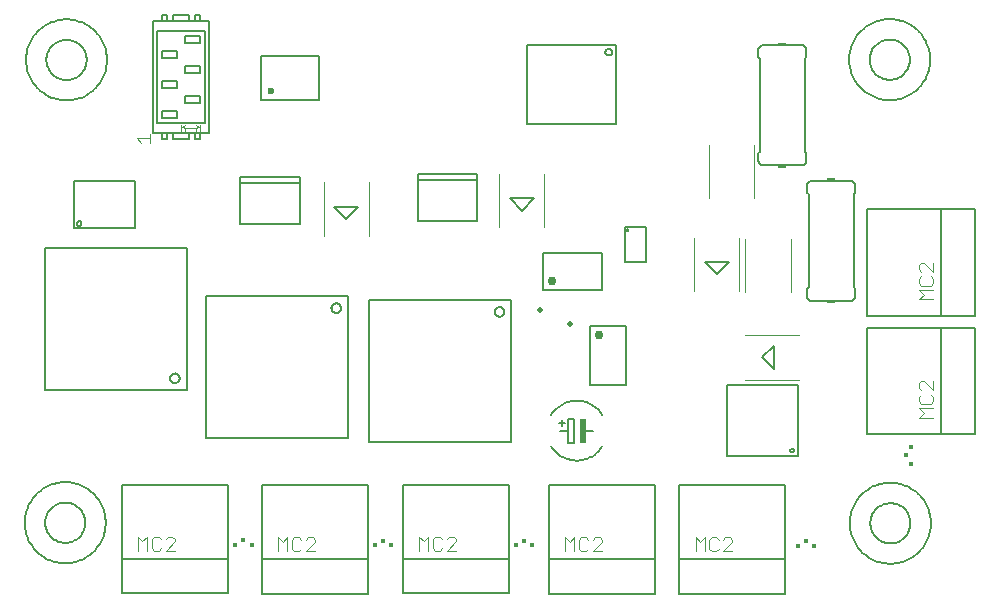
<source format=gto>
G75*
G70*
%OFA0B0*%
%FSLAX24Y24*%
%IPPOS*%
%LPD*%
%AMOC8*
5,1,8,0,0,1.08239X$1,22.5*
%
%ADD10C,0.0050*%
%ADD11C,0.0040*%
%ADD12C,0.0080*%
%ADD13C,0.0236*%
%ADD14C,0.0060*%
%ADD15R,0.0300X0.0110*%
%ADD16R,0.0128X0.0167*%
%ADD17R,0.0138X0.0138*%
%ADD18R,0.0167X0.0128*%
%ADD19C,0.0197*%
%ADD20C,0.0295*%
%ADD21R,0.0200X0.0800*%
D10*
X004030Y001655D02*
X004030Y005277D01*
X007573Y005277D01*
X007573Y001655D01*
X004030Y001655D01*
X004053Y002805D02*
X007553Y002805D01*
X008724Y002793D02*
X012224Y002793D01*
X013426Y002805D02*
X016926Y002805D01*
X018291Y002793D02*
X021791Y002793D01*
X022641Y002790D02*
X026141Y002790D01*
X026160Y001640D02*
X026160Y005262D01*
X022617Y005262D01*
X022617Y001640D01*
X026160Y001640D01*
X021810Y001643D02*
X021810Y005265D01*
X018267Y005265D01*
X018267Y001643D01*
X021810Y001643D01*
X016945Y001655D02*
X016945Y005277D01*
X013402Y005277D01*
X013402Y001655D01*
X016945Y001655D01*
X012243Y001643D02*
X012243Y005265D01*
X008700Y005265D01*
X008700Y001643D01*
X012243Y001643D01*
X012293Y006705D02*
X012293Y011429D01*
X017017Y011429D01*
X017017Y006705D01*
X012293Y006705D01*
X011578Y006829D02*
X011578Y011554D01*
X006854Y011554D01*
X006854Y006829D01*
X011578Y006829D01*
X006201Y008432D02*
X001476Y008432D01*
X001476Y013157D01*
X006201Y013157D01*
X006201Y008432D01*
X005650Y008826D02*
X005652Y008851D01*
X005658Y008875D01*
X005667Y008897D01*
X005680Y008918D01*
X005696Y008937D01*
X005715Y008953D01*
X005736Y008966D01*
X005758Y008975D01*
X005782Y008981D01*
X005807Y008983D01*
X005832Y008981D01*
X005856Y008975D01*
X005878Y008966D01*
X005899Y008953D01*
X005918Y008937D01*
X005934Y008918D01*
X005947Y008897D01*
X005956Y008875D01*
X005962Y008851D01*
X005964Y008826D01*
X005962Y008801D01*
X005956Y008777D01*
X005947Y008755D01*
X005934Y008734D01*
X005918Y008715D01*
X005899Y008699D01*
X005878Y008686D01*
X005856Y008677D01*
X005832Y008671D01*
X005807Y008669D01*
X005782Y008671D01*
X005758Y008677D01*
X005736Y008686D01*
X005715Y008699D01*
X005696Y008715D01*
X005680Y008734D01*
X005667Y008755D01*
X005658Y008777D01*
X005652Y008801D01*
X005650Y008826D01*
X011027Y011160D02*
X011029Y011185D01*
X011035Y011209D01*
X011044Y011231D01*
X011057Y011252D01*
X011073Y011271D01*
X011092Y011287D01*
X011113Y011300D01*
X011135Y011309D01*
X011159Y011315D01*
X011184Y011317D01*
X011209Y011315D01*
X011233Y011309D01*
X011255Y011300D01*
X011276Y011287D01*
X011295Y011271D01*
X011311Y011252D01*
X011324Y011231D01*
X011333Y011209D01*
X011339Y011185D01*
X011341Y011160D01*
X011339Y011135D01*
X011333Y011111D01*
X011324Y011089D01*
X011311Y011068D01*
X011295Y011049D01*
X011276Y011033D01*
X011255Y011020D01*
X011233Y011011D01*
X011209Y011005D01*
X011184Y011003D01*
X011159Y011005D01*
X011135Y011011D01*
X011113Y011020D01*
X011092Y011033D01*
X011073Y011049D01*
X011057Y011068D01*
X011044Y011089D01*
X011035Y011111D01*
X011029Y011135D01*
X011027Y011160D01*
X009961Y013961D02*
X007993Y013961D01*
X007993Y015339D01*
X009961Y015339D01*
X009961Y013961D01*
X009961Y015339D02*
X009961Y015536D01*
X007993Y015536D01*
X007993Y015339D01*
X005885Y017488D02*
X005385Y017488D01*
X005385Y017738D01*
X005885Y017738D01*
X005885Y017488D01*
X006135Y017988D02*
X006135Y018238D01*
X006635Y018238D01*
X006635Y017988D01*
X006135Y017988D01*
X005885Y018488D02*
X005385Y018488D01*
X005385Y018738D01*
X005885Y018738D01*
X005885Y018488D01*
X006135Y018988D02*
X006135Y019238D01*
X006635Y019238D01*
X006635Y018988D01*
X006135Y018988D01*
X005885Y019488D02*
X005385Y019488D01*
X005385Y019738D01*
X005885Y019738D01*
X005885Y019488D01*
X006135Y019988D02*
X006135Y020238D01*
X006635Y020238D01*
X006635Y019988D01*
X006135Y019988D01*
X004465Y015398D02*
X002457Y015398D01*
X002457Y013823D01*
X004465Y013823D01*
X004465Y015398D01*
X002535Y013980D02*
X002537Y013998D01*
X002543Y014014D01*
X002552Y014029D01*
X002565Y014042D01*
X002580Y014051D01*
X002596Y014057D01*
X002614Y014059D01*
X002632Y014057D01*
X002648Y014051D01*
X002663Y014042D01*
X002676Y014029D01*
X002685Y014014D01*
X002691Y013998D01*
X002693Y013980D01*
X002691Y013962D01*
X002685Y013946D01*
X002676Y013931D01*
X002663Y013918D01*
X002648Y013909D01*
X002632Y013903D01*
X002614Y013901D01*
X002596Y013903D01*
X002580Y013909D01*
X002565Y013918D01*
X002552Y013931D01*
X002543Y013946D01*
X002537Y013962D01*
X002535Y013980D01*
X013902Y014061D02*
X013902Y015439D01*
X015870Y015439D01*
X015870Y014061D01*
X013902Y014061D01*
X013902Y015439D02*
X013902Y015636D01*
X015870Y015636D01*
X015870Y015439D01*
X017550Y017292D02*
X017550Y019930D01*
X020503Y019930D01*
X020503Y017292D01*
X017550Y017292D01*
X020156Y019694D02*
X020158Y019714D01*
X020163Y019734D01*
X020173Y019752D01*
X020185Y019769D01*
X020200Y019783D01*
X020218Y019793D01*
X020237Y019801D01*
X020257Y019805D01*
X020277Y019805D01*
X020297Y019801D01*
X020316Y019793D01*
X020334Y019783D01*
X020349Y019769D01*
X020361Y019752D01*
X020371Y019734D01*
X020376Y019714D01*
X020378Y019694D01*
X020376Y019674D01*
X020371Y019654D01*
X020361Y019636D01*
X020349Y019619D01*
X020334Y019605D01*
X020316Y019595D01*
X020297Y019587D01*
X020277Y019583D01*
X020257Y019583D01*
X020237Y019587D01*
X020218Y019595D01*
X020200Y019605D01*
X020185Y019619D01*
X020173Y019636D01*
X020163Y019654D01*
X020158Y019674D01*
X020156Y019694D01*
X028870Y014453D02*
X028870Y010910D01*
X032492Y010910D01*
X032492Y014453D01*
X028870Y014453D01*
X031342Y014433D02*
X031342Y010933D01*
X031342Y010491D02*
X031342Y006991D01*
X032492Y006968D02*
X028870Y006968D01*
X028870Y010511D01*
X032492Y010511D01*
X032492Y006968D01*
X026577Y006226D02*
X026577Y008588D01*
X024215Y008588D01*
X024215Y006226D01*
X026577Y006226D01*
X026324Y006423D02*
X026326Y006437D01*
X026332Y006451D01*
X026340Y006463D01*
X026352Y006471D01*
X026366Y006477D01*
X026380Y006479D01*
X026394Y006477D01*
X026408Y006471D01*
X026420Y006463D01*
X026428Y006451D01*
X026434Y006437D01*
X026436Y006423D01*
X026434Y006409D01*
X026428Y006395D01*
X026420Y006383D01*
X026408Y006375D01*
X026394Y006369D01*
X026380Y006367D01*
X026366Y006369D01*
X026352Y006375D01*
X026340Y006383D01*
X026332Y006395D01*
X026326Y006409D01*
X026324Y006423D01*
X020857Y008591D02*
X019636Y008591D01*
X019636Y010559D01*
X020857Y010559D01*
X020857Y008591D01*
X016467Y011036D02*
X016469Y011061D01*
X016475Y011085D01*
X016484Y011107D01*
X016497Y011128D01*
X016513Y011147D01*
X016532Y011163D01*
X016553Y011176D01*
X016575Y011185D01*
X016599Y011191D01*
X016624Y011193D01*
X016649Y011191D01*
X016673Y011185D01*
X016695Y011176D01*
X016716Y011163D01*
X016735Y011147D01*
X016751Y011128D01*
X016764Y011107D01*
X016773Y011085D01*
X016779Y011061D01*
X016781Y011036D01*
X016779Y011011D01*
X016773Y010987D01*
X016764Y010965D01*
X016751Y010944D01*
X016735Y010925D01*
X016716Y010909D01*
X016695Y010896D01*
X016673Y010887D01*
X016649Y010881D01*
X016624Y010879D01*
X016599Y010881D01*
X016575Y010887D01*
X016553Y010896D01*
X016532Y010909D01*
X016513Y010925D01*
X016497Y010944D01*
X016484Y010965D01*
X016475Y010987D01*
X016469Y011011D01*
X016467Y011036D01*
X018068Y011770D02*
X018068Y012990D01*
X020037Y012990D01*
X020037Y011770D01*
X018068Y011770D01*
X020819Y012706D02*
X020819Y013848D01*
X021508Y013848D01*
X021508Y012706D01*
X020819Y012706D01*
X020873Y013769D02*
X020875Y013779D01*
X020880Y013787D01*
X020888Y013792D01*
X020898Y013794D01*
X020908Y013792D01*
X020916Y013787D01*
X020921Y013779D01*
X020923Y013769D01*
X020921Y013759D01*
X020916Y013751D01*
X020908Y013746D01*
X020898Y013744D01*
X020888Y013746D01*
X020880Y013751D01*
X020875Y013759D01*
X020873Y013769D01*
D11*
X023125Y013499D02*
X023125Y011719D01*
X024625Y011719D02*
X024625Y013499D01*
X024824Y013470D02*
X024824Y011706D01*
X026335Y011706D02*
X026335Y013470D01*
X025125Y014843D02*
X025125Y016606D01*
X023613Y016606D02*
X023613Y014843D01*
X018122Y015630D02*
X018122Y013850D01*
X016622Y013850D02*
X016622Y015630D01*
X012262Y015357D02*
X012262Y013577D01*
X010762Y013577D02*
X010762Y015357D01*
X006640Y017040D02*
X006640Y017158D01*
X006522Y017277D01*
X006561Y017198D02*
X006522Y017158D01*
X006128Y017158D01*
X006089Y017198D01*
X006128Y017158D02*
X006128Y017040D01*
X006010Y017040D02*
X006010Y017158D01*
X006128Y017277D01*
X006010Y017277D02*
X006010Y017158D01*
X006522Y017158D02*
X006522Y017040D01*
X006640Y017158D02*
X006640Y017277D01*
X004990Y016980D02*
X004990Y016673D01*
X004990Y016826D02*
X004529Y016826D01*
X004683Y016673D01*
X024816Y010268D02*
X026596Y010268D01*
X026596Y008768D02*
X024816Y008768D01*
X030612Y008662D02*
X030612Y008509D01*
X030689Y008432D01*
X030689Y008279D02*
X030612Y008202D01*
X030612Y008049D01*
X030689Y007972D01*
X030995Y007972D01*
X031072Y008049D01*
X031072Y008202D01*
X030995Y008279D01*
X031072Y008432D02*
X030765Y008739D01*
X030689Y008739D01*
X030612Y008662D01*
X031072Y008739D02*
X031072Y008432D01*
X031072Y007818D02*
X030612Y007818D01*
X030765Y007665D01*
X030612Y007511D01*
X031072Y007511D01*
X031072Y011453D02*
X030612Y011453D01*
X030765Y011607D01*
X030612Y011760D01*
X031072Y011760D01*
X030995Y011914D02*
X030689Y011914D01*
X030612Y011990D01*
X030612Y012144D01*
X030689Y012220D01*
X030689Y012374D02*
X030612Y012451D01*
X030612Y012604D01*
X030689Y012681D01*
X030765Y012681D01*
X031072Y012374D01*
X031072Y012681D01*
X030995Y012220D02*
X031072Y012144D01*
X031072Y011990D01*
X030995Y011914D01*
X024311Y003520D02*
X024158Y003520D01*
X024081Y003444D01*
X023928Y003444D02*
X023851Y003520D01*
X023698Y003520D01*
X023621Y003444D01*
X023621Y003137D01*
X023698Y003060D01*
X023851Y003060D01*
X023928Y003137D01*
X024081Y003060D02*
X024388Y003367D01*
X024388Y003444D01*
X024311Y003520D01*
X024388Y003060D02*
X024081Y003060D01*
X023467Y003060D02*
X023467Y003520D01*
X023314Y003367D01*
X023161Y003520D01*
X023161Y003060D01*
X020038Y003063D02*
X019731Y003063D01*
X020038Y003370D01*
X020038Y003447D01*
X019961Y003523D01*
X019808Y003523D01*
X019731Y003447D01*
X019578Y003447D02*
X019501Y003523D01*
X019348Y003523D01*
X019271Y003447D01*
X019271Y003140D01*
X019348Y003063D01*
X019501Y003063D01*
X019578Y003140D01*
X019117Y003063D02*
X019117Y003523D01*
X018964Y003370D01*
X018811Y003523D01*
X018811Y003063D01*
X015173Y003075D02*
X014866Y003075D01*
X015173Y003382D01*
X015173Y003459D01*
X015096Y003535D01*
X014943Y003535D01*
X014866Y003459D01*
X014713Y003459D02*
X014636Y003535D01*
X014483Y003535D01*
X014406Y003459D01*
X014406Y003152D01*
X014483Y003075D01*
X014636Y003075D01*
X014713Y003152D01*
X014252Y003075D02*
X014252Y003535D01*
X014099Y003382D01*
X013946Y003535D01*
X013946Y003075D01*
X010471Y003063D02*
X010164Y003063D01*
X010471Y003370D01*
X010471Y003447D01*
X010394Y003523D01*
X010241Y003523D01*
X010164Y003447D01*
X010011Y003447D02*
X009934Y003523D01*
X009781Y003523D01*
X009704Y003447D01*
X009704Y003140D01*
X009781Y003063D01*
X009934Y003063D01*
X010011Y003140D01*
X009551Y003063D02*
X009551Y003523D01*
X009397Y003370D01*
X009244Y003523D01*
X009244Y003063D01*
X005801Y003075D02*
X005494Y003075D01*
X005801Y003382D01*
X005801Y003459D01*
X005724Y003535D01*
X005571Y003535D01*
X005494Y003459D01*
X005340Y003459D02*
X005264Y003535D01*
X005110Y003535D01*
X005034Y003459D01*
X005034Y003152D01*
X005110Y003075D01*
X005264Y003075D01*
X005340Y003152D01*
X004880Y003075D02*
X004880Y003535D01*
X004727Y003382D01*
X004573Y003535D01*
X004573Y003075D01*
D12*
X001482Y004006D02*
X001484Y004057D01*
X001490Y004108D01*
X001500Y004158D01*
X001513Y004208D01*
X001531Y004256D01*
X001551Y004303D01*
X001576Y004348D01*
X001604Y004391D01*
X001635Y004432D01*
X001669Y004470D01*
X001706Y004505D01*
X001745Y004538D01*
X001787Y004568D01*
X001831Y004594D01*
X001877Y004616D01*
X001925Y004636D01*
X001974Y004651D01*
X002024Y004663D01*
X002074Y004671D01*
X002125Y004675D01*
X002177Y004675D01*
X002228Y004671D01*
X002278Y004663D01*
X002328Y004651D01*
X002377Y004636D01*
X002425Y004616D01*
X002471Y004594D01*
X002515Y004568D01*
X002557Y004538D01*
X002596Y004505D01*
X002633Y004470D01*
X002667Y004432D01*
X002698Y004391D01*
X002726Y004348D01*
X002751Y004303D01*
X002771Y004256D01*
X002789Y004208D01*
X002802Y004158D01*
X002812Y004108D01*
X002818Y004057D01*
X002820Y004006D01*
X002818Y003955D01*
X002812Y003904D01*
X002802Y003854D01*
X002789Y003804D01*
X002771Y003756D01*
X002751Y003709D01*
X002726Y003664D01*
X002698Y003621D01*
X002667Y003580D01*
X002633Y003542D01*
X002596Y003507D01*
X002557Y003474D01*
X002515Y003444D01*
X002471Y003418D01*
X002425Y003396D01*
X002377Y003376D01*
X002328Y003361D01*
X002278Y003349D01*
X002228Y003341D01*
X002177Y003337D01*
X002125Y003337D01*
X002074Y003341D01*
X002024Y003349D01*
X001974Y003361D01*
X001925Y003376D01*
X001877Y003396D01*
X001831Y003418D01*
X001787Y003444D01*
X001745Y003474D01*
X001706Y003507D01*
X001669Y003542D01*
X001635Y003580D01*
X001604Y003621D01*
X001576Y003664D01*
X001551Y003709D01*
X001531Y003756D01*
X001513Y003804D01*
X001500Y003854D01*
X001490Y003904D01*
X001484Y003955D01*
X001482Y004006D01*
X011512Y014140D02*
X011906Y014543D01*
X011118Y014543D01*
X011512Y014140D01*
X006955Y017001D02*
X006955Y020725D01*
X005065Y020725D01*
X005065Y017001D01*
X006955Y017001D01*
X006640Y016962D02*
X006640Y016804D01*
X006482Y016804D01*
X006482Y016962D01*
X006285Y016962D02*
X006285Y016804D01*
X005734Y016804D01*
X005734Y016962D01*
X005537Y016962D02*
X005537Y016804D01*
X005380Y016804D01*
X005380Y016962D01*
X005222Y017316D02*
X005222Y020410D01*
X006797Y020410D01*
X006797Y017316D01*
X005222Y017316D01*
X008673Y018095D02*
X008673Y019552D01*
X010618Y019552D01*
X010618Y018095D01*
X008673Y018095D01*
X006640Y020765D02*
X006640Y020922D01*
X006482Y020922D01*
X006482Y020765D01*
X006285Y020765D02*
X006285Y020922D01*
X005734Y020922D01*
X005734Y020765D01*
X005537Y020765D02*
X005537Y020922D01*
X005380Y020922D01*
X005380Y020765D01*
X001525Y019435D02*
X001527Y019486D01*
X001533Y019537D01*
X001543Y019587D01*
X001556Y019637D01*
X001574Y019685D01*
X001594Y019732D01*
X001619Y019777D01*
X001647Y019820D01*
X001678Y019861D01*
X001712Y019899D01*
X001749Y019934D01*
X001788Y019967D01*
X001830Y019997D01*
X001874Y020023D01*
X001920Y020045D01*
X001968Y020065D01*
X002017Y020080D01*
X002067Y020092D01*
X002117Y020100D01*
X002168Y020104D01*
X002220Y020104D01*
X002271Y020100D01*
X002321Y020092D01*
X002371Y020080D01*
X002420Y020065D01*
X002468Y020045D01*
X002514Y020023D01*
X002558Y019997D01*
X002600Y019967D01*
X002639Y019934D01*
X002676Y019899D01*
X002710Y019861D01*
X002741Y019820D01*
X002769Y019777D01*
X002794Y019732D01*
X002814Y019685D01*
X002832Y019637D01*
X002845Y019587D01*
X002855Y019537D01*
X002861Y019486D01*
X002863Y019435D01*
X002861Y019384D01*
X002855Y019333D01*
X002845Y019283D01*
X002832Y019233D01*
X002814Y019185D01*
X002794Y019138D01*
X002769Y019093D01*
X002741Y019050D01*
X002710Y019009D01*
X002676Y018971D01*
X002639Y018936D01*
X002600Y018903D01*
X002558Y018873D01*
X002514Y018847D01*
X002468Y018825D01*
X002420Y018805D01*
X002371Y018790D01*
X002321Y018778D01*
X002271Y018770D01*
X002220Y018766D01*
X002168Y018766D01*
X002117Y018770D01*
X002067Y018778D01*
X002017Y018790D01*
X001968Y018805D01*
X001920Y018825D01*
X001874Y018847D01*
X001830Y018873D01*
X001788Y018903D01*
X001749Y018936D01*
X001712Y018971D01*
X001678Y019009D01*
X001647Y019050D01*
X001619Y019093D01*
X001594Y019138D01*
X001574Y019185D01*
X001556Y019233D01*
X001543Y019283D01*
X001533Y019333D01*
X001527Y019384D01*
X001525Y019435D01*
X016978Y014816D02*
X017765Y014816D01*
X017372Y014413D01*
X016978Y014816D01*
X023481Y012685D02*
X024269Y012685D01*
X023875Y012282D01*
X023481Y012685D01*
X025782Y009912D02*
X025782Y009124D01*
X025379Y009518D01*
X025782Y009912D01*
X028986Y003990D02*
X028988Y004041D01*
X028994Y004092D01*
X029004Y004142D01*
X029017Y004192D01*
X029035Y004240D01*
X029055Y004287D01*
X029080Y004332D01*
X029108Y004375D01*
X029139Y004416D01*
X029173Y004454D01*
X029210Y004489D01*
X029249Y004522D01*
X029291Y004552D01*
X029335Y004578D01*
X029381Y004600D01*
X029429Y004620D01*
X029478Y004635D01*
X029528Y004647D01*
X029578Y004655D01*
X029629Y004659D01*
X029681Y004659D01*
X029732Y004655D01*
X029782Y004647D01*
X029832Y004635D01*
X029881Y004620D01*
X029929Y004600D01*
X029975Y004578D01*
X030019Y004552D01*
X030061Y004522D01*
X030100Y004489D01*
X030137Y004454D01*
X030171Y004416D01*
X030202Y004375D01*
X030230Y004332D01*
X030255Y004287D01*
X030275Y004240D01*
X030293Y004192D01*
X030306Y004142D01*
X030316Y004092D01*
X030322Y004041D01*
X030324Y003990D01*
X030322Y003939D01*
X030316Y003888D01*
X030306Y003838D01*
X030293Y003788D01*
X030275Y003740D01*
X030255Y003693D01*
X030230Y003648D01*
X030202Y003605D01*
X030171Y003564D01*
X030137Y003526D01*
X030100Y003491D01*
X030061Y003458D01*
X030019Y003428D01*
X029975Y003402D01*
X029929Y003380D01*
X029881Y003360D01*
X029832Y003345D01*
X029782Y003333D01*
X029732Y003325D01*
X029681Y003321D01*
X029629Y003321D01*
X029578Y003325D01*
X029528Y003333D01*
X029478Y003345D01*
X029429Y003360D01*
X029381Y003380D01*
X029335Y003402D01*
X029291Y003428D01*
X029249Y003458D01*
X029210Y003491D01*
X029173Y003526D01*
X029139Y003564D01*
X029108Y003605D01*
X029080Y003648D01*
X029055Y003693D01*
X029035Y003740D01*
X029017Y003788D01*
X029004Y003838D01*
X028994Y003888D01*
X028988Y003939D01*
X028986Y003990D01*
X028966Y019443D02*
X028968Y019494D01*
X028974Y019545D01*
X028984Y019595D01*
X028997Y019645D01*
X029015Y019693D01*
X029035Y019740D01*
X029060Y019785D01*
X029088Y019828D01*
X029119Y019869D01*
X029153Y019907D01*
X029190Y019942D01*
X029229Y019975D01*
X029271Y020005D01*
X029315Y020031D01*
X029361Y020053D01*
X029409Y020073D01*
X029458Y020088D01*
X029508Y020100D01*
X029558Y020108D01*
X029609Y020112D01*
X029661Y020112D01*
X029712Y020108D01*
X029762Y020100D01*
X029812Y020088D01*
X029861Y020073D01*
X029909Y020053D01*
X029955Y020031D01*
X029999Y020005D01*
X030041Y019975D01*
X030080Y019942D01*
X030117Y019907D01*
X030151Y019869D01*
X030182Y019828D01*
X030210Y019785D01*
X030235Y019740D01*
X030255Y019693D01*
X030273Y019645D01*
X030286Y019595D01*
X030296Y019545D01*
X030302Y019494D01*
X030304Y019443D01*
X030302Y019392D01*
X030296Y019341D01*
X030286Y019291D01*
X030273Y019241D01*
X030255Y019193D01*
X030235Y019146D01*
X030210Y019101D01*
X030182Y019058D01*
X030151Y019017D01*
X030117Y018979D01*
X030080Y018944D01*
X030041Y018911D01*
X029999Y018881D01*
X029955Y018855D01*
X029909Y018833D01*
X029861Y018813D01*
X029812Y018798D01*
X029762Y018786D01*
X029712Y018778D01*
X029661Y018774D01*
X029609Y018774D01*
X029558Y018778D01*
X029508Y018786D01*
X029458Y018798D01*
X029409Y018813D01*
X029361Y018833D01*
X029315Y018855D01*
X029271Y018881D01*
X029229Y018911D01*
X029190Y018944D01*
X029153Y018979D01*
X029119Y019017D01*
X029088Y019058D01*
X029060Y019101D01*
X029035Y019146D01*
X029015Y019193D01*
X028997Y019241D01*
X028984Y019291D01*
X028974Y019341D01*
X028968Y019392D01*
X028966Y019443D01*
D13*
X008996Y018410D03*
D14*
X000844Y019435D02*
X000846Y019508D01*
X000852Y019581D01*
X000862Y019653D01*
X000876Y019725D01*
X000893Y019796D01*
X000915Y019866D01*
X000940Y019935D01*
X000969Y020002D01*
X001001Y020067D01*
X001037Y020131D01*
X001077Y020193D01*
X001119Y020252D01*
X001165Y020309D01*
X001214Y020363D01*
X001266Y020415D01*
X001320Y020464D01*
X001377Y020510D01*
X001436Y020552D01*
X001498Y020592D01*
X001562Y020628D01*
X001627Y020660D01*
X001694Y020689D01*
X001763Y020714D01*
X001833Y020736D01*
X001904Y020753D01*
X001976Y020767D01*
X002048Y020777D01*
X002121Y020783D01*
X002194Y020785D01*
X002267Y020783D01*
X002340Y020777D01*
X002412Y020767D01*
X002484Y020753D01*
X002555Y020736D01*
X002625Y020714D01*
X002694Y020689D01*
X002761Y020660D01*
X002826Y020628D01*
X002890Y020592D01*
X002952Y020552D01*
X003011Y020510D01*
X003068Y020464D01*
X003122Y020415D01*
X003174Y020363D01*
X003223Y020309D01*
X003269Y020252D01*
X003311Y020193D01*
X003351Y020131D01*
X003387Y020067D01*
X003419Y020002D01*
X003448Y019935D01*
X003473Y019866D01*
X003495Y019796D01*
X003512Y019725D01*
X003526Y019653D01*
X003536Y019581D01*
X003542Y019508D01*
X003544Y019435D01*
X003542Y019362D01*
X003536Y019289D01*
X003526Y019217D01*
X003512Y019145D01*
X003495Y019074D01*
X003473Y019004D01*
X003448Y018935D01*
X003419Y018868D01*
X003387Y018803D01*
X003351Y018739D01*
X003311Y018677D01*
X003269Y018618D01*
X003223Y018561D01*
X003174Y018507D01*
X003122Y018455D01*
X003068Y018406D01*
X003011Y018360D01*
X002952Y018318D01*
X002890Y018278D01*
X002826Y018242D01*
X002761Y018210D01*
X002694Y018181D01*
X002625Y018156D01*
X002555Y018134D01*
X002484Y018117D01*
X002412Y018103D01*
X002340Y018093D01*
X002267Y018087D01*
X002194Y018085D01*
X002121Y018087D01*
X002048Y018093D01*
X001976Y018103D01*
X001904Y018117D01*
X001833Y018134D01*
X001763Y018156D01*
X001694Y018181D01*
X001627Y018210D01*
X001562Y018242D01*
X001498Y018278D01*
X001436Y018318D01*
X001377Y018360D01*
X001320Y018406D01*
X001266Y018455D01*
X001214Y018507D01*
X001165Y018561D01*
X001119Y018618D01*
X001077Y018677D01*
X001037Y018739D01*
X001001Y018803D01*
X000969Y018868D01*
X000940Y018935D01*
X000915Y019004D01*
X000893Y019074D01*
X000876Y019145D01*
X000862Y019217D01*
X000852Y019289D01*
X000846Y019362D01*
X000844Y019435D01*
X018703Y007429D02*
X018703Y007229D01*
X018603Y007329D02*
X018803Y007329D01*
X018903Y007479D02*
X018903Y007079D01*
X018903Y006679D01*
X019103Y006679D01*
X019103Y007479D01*
X018903Y007479D01*
X018903Y007079D02*
X018653Y007079D01*
X018354Y006550D02*
X018388Y006499D01*
X018425Y006450D01*
X018466Y006404D01*
X018508Y006360D01*
X018554Y006318D01*
X018602Y006280D01*
X018652Y006244D01*
X018704Y006212D01*
X018758Y006183D01*
X018814Y006158D01*
X018872Y006136D01*
X018930Y006117D01*
X018990Y006102D01*
X019050Y006091D01*
X019111Y006083D01*
X019172Y006079D01*
X019234Y006079D01*
X019295Y006083D01*
X019356Y006091D01*
X019416Y006102D01*
X019476Y006117D01*
X019534Y006136D01*
X019592Y006158D01*
X019648Y006183D01*
X019702Y006212D01*
X019754Y006244D01*
X019804Y006280D01*
X019852Y006318D01*
X019898Y006360D01*
X019940Y006404D01*
X019981Y006450D01*
X020018Y006499D01*
X020052Y006550D01*
X019753Y007079D02*
X019453Y007079D01*
X020052Y007608D02*
X020018Y007659D01*
X019981Y007708D01*
X019940Y007754D01*
X019898Y007798D01*
X019852Y007840D01*
X019804Y007878D01*
X019754Y007914D01*
X019702Y007946D01*
X019648Y007975D01*
X019592Y008000D01*
X019534Y008022D01*
X019476Y008041D01*
X019416Y008056D01*
X019356Y008067D01*
X019295Y008075D01*
X019234Y008079D01*
X019172Y008079D01*
X019111Y008075D01*
X019050Y008067D01*
X018990Y008056D01*
X018930Y008041D01*
X018872Y008022D01*
X018814Y008000D01*
X018758Y007975D01*
X018704Y007946D01*
X018652Y007914D01*
X018602Y007878D01*
X018554Y007840D01*
X018508Y007798D01*
X018466Y007754D01*
X018425Y007708D01*
X018388Y007659D01*
X018354Y007608D01*
X026882Y011557D02*
X026882Y011807D01*
X026932Y011857D01*
X026932Y014957D01*
X026882Y015007D01*
X026882Y015257D01*
X026884Y015280D01*
X026889Y015303D01*
X026898Y015325D01*
X026911Y015345D01*
X026926Y015363D01*
X026944Y015378D01*
X026964Y015391D01*
X026986Y015400D01*
X027009Y015405D01*
X027032Y015407D01*
X028332Y015407D01*
X028355Y015405D01*
X028378Y015400D01*
X028400Y015391D01*
X028420Y015378D01*
X028438Y015363D01*
X028453Y015345D01*
X028466Y015325D01*
X028475Y015303D01*
X028480Y015280D01*
X028482Y015257D01*
X028482Y015007D01*
X028432Y014957D01*
X028432Y011857D01*
X028482Y011807D01*
X028482Y011557D01*
X028480Y011534D01*
X028475Y011511D01*
X028466Y011489D01*
X028453Y011469D01*
X028438Y011451D01*
X028420Y011436D01*
X028400Y011423D01*
X028378Y011414D01*
X028355Y011409D01*
X028332Y011407D01*
X027032Y011407D01*
X027009Y011409D01*
X026986Y011414D01*
X026964Y011423D01*
X026944Y011436D01*
X026926Y011451D01*
X026911Y011469D01*
X026898Y011489D01*
X026889Y011511D01*
X026884Y011534D01*
X026882Y011557D01*
X026707Y015923D02*
X025407Y015923D01*
X025384Y015925D01*
X025361Y015930D01*
X025339Y015939D01*
X025319Y015952D01*
X025301Y015967D01*
X025286Y015985D01*
X025273Y016005D01*
X025264Y016027D01*
X025259Y016050D01*
X025257Y016073D01*
X025257Y016323D01*
X025307Y016373D01*
X025307Y019473D01*
X025257Y019523D01*
X025257Y019773D01*
X025259Y019796D01*
X025264Y019819D01*
X025273Y019841D01*
X025286Y019861D01*
X025301Y019879D01*
X025319Y019894D01*
X025339Y019907D01*
X025361Y019916D01*
X025384Y019921D01*
X025407Y019923D01*
X026707Y019923D01*
X026730Y019921D01*
X026753Y019916D01*
X026775Y019907D01*
X026795Y019894D01*
X026813Y019879D01*
X026828Y019861D01*
X026841Y019841D01*
X026850Y019819D01*
X026855Y019796D01*
X026857Y019773D01*
X026857Y019523D01*
X026807Y019473D01*
X026807Y016373D01*
X026857Y016323D01*
X026857Y016073D01*
X026855Y016050D01*
X026850Y016027D01*
X026841Y016005D01*
X026828Y015985D01*
X026813Y015967D01*
X026795Y015952D01*
X026775Y015939D01*
X026753Y015930D01*
X026730Y015925D01*
X026707Y015923D01*
X028285Y019443D02*
X028287Y019516D01*
X028293Y019589D01*
X028303Y019661D01*
X028317Y019733D01*
X028334Y019804D01*
X028356Y019874D01*
X028381Y019943D01*
X028410Y020010D01*
X028442Y020075D01*
X028478Y020139D01*
X028518Y020201D01*
X028560Y020260D01*
X028606Y020317D01*
X028655Y020371D01*
X028707Y020423D01*
X028761Y020472D01*
X028818Y020518D01*
X028877Y020560D01*
X028939Y020600D01*
X029003Y020636D01*
X029068Y020668D01*
X029135Y020697D01*
X029204Y020722D01*
X029274Y020744D01*
X029345Y020761D01*
X029417Y020775D01*
X029489Y020785D01*
X029562Y020791D01*
X029635Y020793D01*
X029708Y020791D01*
X029781Y020785D01*
X029853Y020775D01*
X029925Y020761D01*
X029996Y020744D01*
X030066Y020722D01*
X030135Y020697D01*
X030202Y020668D01*
X030267Y020636D01*
X030331Y020600D01*
X030393Y020560D01*
X030452Y020518D01*
X030509Y020472D01*
X030563Y020423D01*
X030615Y020371D01*
X030664Y020317D01*
X030710Y020260D01*
X030752Y020201D01*
X030792Y020139D01*
X030828Y020075D01*
X030860Y020010D01*
X030889Y019943D01*
X030914Y019874D01*
X030936Y019804D01*
X030953Y019733D01*
X030967Y019661D01*
X030977Y019589D01*
X030983Y019516D01*
X030985Y019443D01*
X030983Y019370D01*
X030977Y019297D01*
X030967Y019225D01*
X030953Y019153D01*
X030936Y019082D01*
X030914Y019012D01*
X030889Y018943D01*
X030860Y018876D01*
X030828Y018811D01*
X030792Y018747D01*
X030752Y018685D01*
X030710Y018626D01*
X030664Y018569D01*
X030615Y018515D01*
X030563Y018463D01*
X030509Y018414D01*
X030452Y018368D01*
X030393Y018326D01*
X030331Y018286D01*
X030267Y018250D01*
X030202Y018218D01*
X030135Y018189D01*
X030066Y018164D01*
X029996Y018142D01*
X029925Y018125D01*
X029853Y018111D01*
X029781Y018101D01*
X029708Y018095D01*
X029635Y018093D01*
X029562Y018095D01*
X029489Y018101D01*
X029417Y018111D01*
X029345Y018125D01*
X029274Y018142D01*
X029204Y018164D01*
X029135Y018189D01*
X029068Y018218D01*
X029003Y018250D01*
X028939Y018286D01*
X028877Y018326D01*
X028818Y018368D01*
X028761Y018414D01*
X028707Y018463D01*
X028655Y018515D01*
X028606Y018569D01*
X028560Y018626D01*
X028518Y018685D01*
X028478Y018747D01*
X028442Y018811D01*
X028410Y018876D01*
X028381Y018943D01*
X028356Y019012D01*
X028334Y019082D01*
X028317Y019153D01*
X028303Y019225D01*
X028293Y019297D01*
X028287Y019370D01*
X028285Y019443D01*
X028305Y003990D02*
X028307Y004063D01*
X028313Y004136D01*
X028323Y004208D01*
X028337Y004280D01*
X028354Y004351D01*
X028376Y004421D01*
X028401Y004490D01*
X028430Y004557D01*
X028462Y004622D01*
X028498Y004686D01*
X028538Y004748D01*
X028580Y004807D01*
X028626Y004864D01*
X028675Y004918D01*
X028727Y004970D01*
X028781Y005019D01*
X028838Y005065D01*
X028897Y005107D01*
X028959Y005147D01*
X029023Y005183D01*
X029088Y005215D01*
X029155Y005244D01*
X029224Y005269D01*
X029294Y005291D01*
X029365Y005308D01*
X029437Y005322D01*
X029509Y005332D01*
X029582Y005338D01*
X029655Y005340D01*
X029728Y005338D01*
X029801Y005332D01*
X029873Y005322D01*
X029945Y005308D01*
X030016Y005291D01*
X030086Y005269D01*
X030155Y005244D01*
X030222Y005215D01*
X030287Y005183D01*
X030351Y005147D01*
X030413Y005107D01*
X030472Y005065D01*
X030529Y005019D01*
X030583Y004970D01*
X030635Y004918D01*
X030684Y004864D01*
X030730Y004807D01*
X030772Y004748D01*
X030812Y004686D01*
X030848Y004622D01*
X030880Y004557D01*
X030909Y004490D01*
X030934Y004421D01*
X030956Y004351D01*
X030973Y004280D01*
X030987Y004208D01*
X030997Y004136D01*
X031003Y004063D01*
X031005Y003990D01*
X031003Y003917D01*
X030997Y003844D01*
X030987Y003772D01*
X030973Y003700D01*
X030956Y003629D01*
X030934Y003559D01*
X030909Y003490D01*
X030880Y003423D01*
X030848Y003358D01*
X030812Y003294D01*
X030772Y003232D01*
X030730Y003173D01*
X030684Y003116D01*
X030635Y003062D01*
X030583Y003010D01*
X030529Y002961D01*
X030472Y002915D01*
X030413Y002873D01*
X030351Y002833D01*
X030287Y002797D01*
X030222Y002765D01*
X030155Y002736D01*
X030086Y002711D01*
X030016Y002689D01*
X029945Y002672D01*
X029873Y002658D01*
X029801Y002648D01*
X029728Y002642D01*
X029655Y002640D01*
X029582Y002642D01*
X029509Y002648D01*
X029437Y002658D01*
X029365Y002672D01*
X029294Y002689D01*
X029224Y002711D01*
X029155Y002736D01*
X029088Y002765D01*
X029023Y002797D01*
X028959Y002833D01*
X028897Y002873D01*
X028838Y002915D01*
X028781Y002961D01*
X028727Y003010D01*
X028675Y003062D01*
X028626Y003116D01*
X028580Y003173D01*
X028538Y003232D01*
X028498Y003294D01*
X028462Y003358D01*
X028430Y003423D01*
X028401Y003490D01*
X028376Y003559D01*
X028354Y003629D01*
X028337Y003700D01*
X028323Y003772D01*
X028313Y003844D01*
X028307Y003917D01*
X028305Y003990D01*
X000801Y004006D02*
X000803Y004079D01*
X000809Y004152D01*
X000819Y004224D01*
X000833Y004296D01*
X000850Y004367D01*
X000872Y004437D01*
X000897Y004506D01*
X000926Y004573D01*
X000958Y004638D01*
X000994Y004702D01*
X001034Y004764D01*
X001076Y004823D01*
X001122Y004880D01*
X001171Y004934D01*
X001223Y004986D01*
X001277Y005035D01*
X001334Y005081D01*
X001393Y005123D01*
X001455Y005163D01*
X001519Y005199D01*
X001584Y005231D01*
X001651Y005260D01*
X001720Y005285D01*
X001790Y005307D01*
X001861Y005324D01*
X001933Y005338D01*
X002005Y005348D01*
X002078Y005354D01*
X002151Y005356D01*
X002224Y005354D01*
X002297Y005348D01*
X002369Y005338D01*
X002441Y005324D01*
X002512Y005307D01*
X002582Y005285D01*
X002651Y005260D01*
X002718Y005231D01*
X002783Y005199D01*
X002847Y005163D01*
X002909Y005123D01*
X002968Y005081D01*
X003025Y005035D01*
X003079Y004986D01*
X003131Y004934D01*
X003180Y004880D01*
X003226Y004823D01*
X003268Y004764D01*
X003308Y004702D01*
X003344Y004638D01*
X003376Y004573D01*
X003405Y004506D01*
X003430Y004437D01*
X003452Y004367D01*
X003469Y004296D01*
X003483Y004224D01*
X003493Y004152D01*
X003499Y004079D01*
X003501Y004006D01*
X003499Y003933D01*
X003493Y003860D01*
X003483Y003788D01*
X003469Y003716D01*
X003452Y003645D01*
X003430Y003575D01*
X003405Y003506D01*
X003376Y003439D01*
X003344Y003374D01*
X003308Y003310D01*
X003268Y003248D01*
X003226Y003189D01*
X003180Y003132D01*
X003131Y003078D01*
X003079Y003026D01*
X003025Y002977D01*
X002968Y002931D01*
X002909Y002889D01*
X002847Y002849D01*
X002783Y002813D01*
X002718Y002781D01*
X002651Y002752D01*
X002582Y002727D01*
X002512Y002705D01*
X002441Y002688D01*
X002369Y002674D01*
X002297Y002664D01*
X002224Y002658D01*
X002151Y002656D01*
X002078Y002658D01*
X002005Y002664D01*
X001933Y002674D01*
X001861Y002688D01*
X001790Y002705D01*
X001720Y002727D01*
X001651Y002752D01*
X001584Y002781D01*
X001519Y002813D01*
X001455Y002849D01*
X001393Y002889D01*
X001334Y002931D01*
X001277Y002977D01*
X001223Y003026D01*
X001171Y003078D01*
X001122Y003132D01*
X001076Y003189D01*
X001034Y003248D01*
X000994Y003310D01*
X000958Y003374D01*
X000926Y003439D01*
X000897Y003506D01*
X000872Y003575D01*
X000850Y003645D01*
X000833Y003716D01*
X000819Y003788D01*
X000809Y003860D01*
X000803Y003933D01*
X000801Y004006D01*
D15*
X026057Y015868D03*
X027682Y015462D03*
X027682Y011352D03*
X026057Y019978D03*
D16*
X026573Y003242D03*
X027114Y003242D03*
X017725Y003259D03*
X017184Y003259D03*
X013027Y003248D03*
X012485Y003248D03*
X008363Y003280D03*
X007822Y003280D03*
D17*
X008093Y003432D03*
X012756Y003401D03*
X017454Y003411D03*
X026844Y003395D03*
X030187Y006249D03*
D18*
X030340Y006519D03*
X030340Y005978D03*
D19*
X018977Y010641D03*
X017986Y011110D03*
D20*
X018363Y012065D03*
X019931Y010264D03*
D21*
X019403Y007079D03*
M02*

</source>
